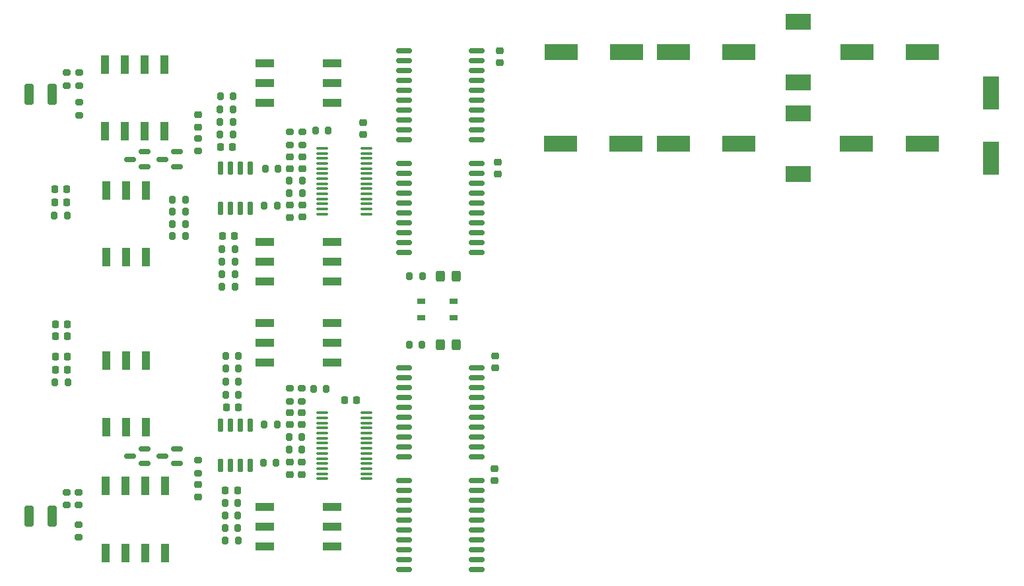
<source format=gtp>
G04 #@! TF.GenerationSoftware,KiCad,Pcbnew,8.0.7*
G04 #@! TF.CreationDate,2025-03-14T10:19:42+01:00*
G04 #@! TF.ProjectId,MISRC_v2.5,4d495352-435f-4763-922e-352e6b696361,3.0*
G04 #@! TF.SameCoordinates,Original*
G04 #@! TF.FileFunction,Paste,Top*
G04 #@! TF.FilePolarity,Positive*
%FSLAX46Y46*%
G04 Gerber Fmt 4.6, Leading zero omitted, Abs format (unit mm)*
G04 Created by KiCad (PCBNEW 8.0.7) date 2025-03-14 10:19:42*
%MOMM*%
%LPD*%
G01*
G04 APERTURE LIST*
G04 Aperture macros list*
%AMRoundRect*
0 Rectangle with rounded corners*
0 $1 Rounding radius*
0 $2 $3 $4 $5 $6 $7 $8 $9 X,Y pos of 4 corners*
0 Add a 4 corners polygon primitive as box body*
4,1,4,$2,$3,$4,$5,$6,$7,$8,$9,$2,$3,0*
0 Add four circle primitives for the rounded corners*
1,1,$1+$1,$2,$3*
1,1,$1+$1,$4,$5*
1,1,$1+$1,$6,$7*
1,1,$1+$1,$8,$9*
0 Add four rect primitives between the rounded corners*
20,1,$1+$1,$2,$3,$4,$5,0*
20,1,$1+$1,$4,$5,$6,$7,0*
20,1,$1+$1,$6,$7,$8,$9,0*
20,1,$1+$1,$8,$9,$2,$3,0*%
G04 Aperture macros list end*
%ADD10R,4.300000X2.150000*%
%ADD11RoundRect,0.225000X-0.250000X0.225000X-0.250000X-0.225000X0.250000X-0.225000X0.250000X0.225000X0*%
%ADD12RoundRect,0.200000X-0.200000X-0.275000X0.200000X-0.275000X0.200000X0.275000X-0.200000X0.275000X0*%
%ADD13R,2.440000X1.120000*%
%ADD14RoundRect,0.200000X-0.275000X0.200000X-0.275000X-0.200000X0.275000X-0.200000X0.275000X0.200000X0*%
%ADD15RoundRect,0.150000X0.587500X0.150000X-0.587500X0.150000X-0.587500X-0.150000X0.587500X-0.150000X0*%
%ADD16RoundRect,0.250000X-0.325000X-0.450000X0.325000X-0.450000X0.325000X0.450000X-0.325000X0.450000X0*%
%ADD17RoundRect,0.250000X-0.325000X-1.100000X0.325000X-1.100000X0.325000X1.100000X-0.325000X1.100000X0*%
%ADD18RoundRect,0.200000X0.275000X-0.200000X0.275000X0.200000X-0.275000X0.200000X-0.275000X-0.200000X0*%
%ADD19RoundRect,0.200000X0.200000X0.275000X-0.200000X0.275000X-0.200000X-0.275000X0.200000X-0.275000X0*%
%ADD20RoundRect,0.100000X-0.637500X-0.100000X0.637500X-0.100000X0.637500X0.100000X-0.637500X0.100000X0*%
%ADD21RoundRect,0.225000X-0.225000X-0.250000X0.225000X-0.250000X0.225000X0.250000X-0.225000X0.250000X0*%
%ADD22RoundRect,0.150000X-0.875000X-0.150000X0.875000X-0.150000X0.875000X0.150000X-0.875000X0.150000X0*%
%ADD23R,2.150000X4.300000*%
%ADD24R,3.200000X2.000000*%
%ADD25RoundRect,0.225000X0.225000X0.250000X-0.225000X0.250000X-0.225000X-0.250000X0.225000X-0.250000X0*%
%ADD26R,1.120000X2.440000*%
%ADD27R,1.050000X0.650000*%
%ADD28RoundRect,0.225000X0.250000X-0.225000X0.250000X0.225000X-0.250000X0.225000X-0.250000X-0.225000X0*%
%ADD29RoundRect,0.150000X0.150000X-0.725000X0.150000X0.725000X-0.150000X0.725000X-0.150000X-0.725000X0*%
G04 APERTURE END LIST*
D10*
G04 #@! TO.C,C19*
X182550000Y-78600000D03*
X190950000Y-78600000D03*
G04 #@! TD*
D11*
G04 #@! TO.C,C119*
X111425000Y-119550000D03*
X111425000Y-121100000D03*
G04 #@! TD*
D12*
G04 #@! TO.C,R120*
X106475000Y-119575000D03*
X108125000Y-119575000D03*
G04 #@! TD*
D11*
G04 #@! TO.C,C108*
X109825000Y-113175000D03*
X109825000Y-114725000D03*
G04 #@! TD*
D12*
G04 #@! TO.C,R211*
X100900000Y-75825000D03*
X102550000Y-75825000D03*
G04 #@! TD*
D13*
G04 #@! TO.C,SW103*
X115250000Y-106700000D03*
X115250000Y-104160000D03*
X115250000Y-101620000D03*
X106640000Y-101620000D03*
X106640000Y-104160000D03*
X106640000Y-106700000D03*
G04 #@! TD*
D12*
G04 #@! TO.C,R213*
X100941000Y-72550000D03*
X102591000Y-72550000D03*
G04 #@! TD*
D14*
G04 #@! TO.C,R101*
X81250000Y-123375000D03*
X81250000Y-125025000D03*
G04 #@! TD*
D15*
G04 #@! TO.C,Q202*
X91250000Y-81575000D03*
X91250000Y-79675000D03*
X89375000Y-80625000D03*
G04 #@! TD*
D16*
G04 #@! TO.C,D2*
X129175000Y-95625000D03*
X131225000Y-95625000D03*
G04 #@! TD*
D12*
G04 #@! TO.C,R116*
X101575000Y-129600000D03*
X103225000Y-129600000D03*
G04 #@! TD*
D17*
G04 #@! TO.C,C101*
X76400000Y-126425000D03*
X79350000Y-126425000D03*
G04 #@! TD*
D14*
G04 #@! TO.C,R209*
X98125000Y-77925000D03*
X98125000Y-79575000D03*
G04 #@! TD*
D18*
G04 #@! TO.C,R203*
X82850000Y-74975000D03*
X82850000Y-73325000D03*
G04 #@! TD*
D19*
G04 #@! TO.C,R208*
X96450000Y-88925000D03*
X94800000Y-88925000D03*
G04 #@! TD*
G04 #@! TO.C,R206*
X96450000Y-87375000D03*
X94800000Y-87375000D03*
G04 #@! TD*
D20*
G04 #@! TO.C,U102*
X114000000Y-113200000D03*
X114000000Y-113850000D03*
X114000000Y-114500000D03*
X114000000Y-115150000D03*
X114000000Y-115800000D03*
X114000000Y-116450000D03*
X114000000Y-117100000D03*
X114000000Y-117750000D03*
X114000000Y-118400000D03*
X114000000Y-119050000D03*
X114000000Y-119700000D03*
X114000000Y-120350000D03*
X114000000Y-121000000D03*
X114000000Y-121650000D03*
X119725000Y-121650000D03*
X119725000Y-121000000D03*
X119725000Y-120350000D03*
X119725000Y-119700000D03*
X119725000Y-119050000D03*
X119725000Y-118400000D03*
X119725000Y-117750000D03*
X119725000Y-117100000D03*
X119725000Y-116450000D03*
X119725000Y-115800000D03*
X119725000Y-115150000D03*
X119725000Y-114500000D03*
X119725000Y-113850000D03*
X119725000Y-113200000D03*
G04 #@! TD*
D12*
G04 #@! TO.C,R210*
X94800000Y-90500000D03*
X96450000Y-90500000D03*
G04 #@! TD*
D21*
G04 #@! TO.C,C106*
X101700000Y-112525000D03*
X103250000Y-112525000D03*
G04 #@! TD*
D22*
G04 #@! TO.C,U5*
X124525000Y-66657000D03*
X124525000Y-67927000D03*
X124525000Y-69197000D03*
X124525000Y-70467000D03*
X124525000Y-71737000D03*
X124525000Y-73007000D03*
X124525000Y-74277000D03*
X124525000Y-75547000D03*
X124525000Y-76817000D03*
X124525000Y-78087000D03*
X133825000Y-78087000D03*
X133825000Y-76817000D03*
X133825000Y-75547000D03*
X133825000Y-74277000D03*
X133825000Y-73007000D03*
X133825000Y-71737000D03*
X133825000Y-70467000D03*
X133825000Y-69197000D03*
X133825000Y-67927000D03*
X133825000Y-66657000D03*
G04 #@! TD*
D21*
G04 #@! TO.C,C206*
X100950000Y-79050000D03*
X102500000Y-79050000D03*
G04 #@! TD*
D12*
G04 #@! TO.C,R215*
X101175000Y-92150000D03*
X102825000Y-92150000D03*
G04 #@! TD*
D22*
G04 #@! TO.C,U4*
X124525000Y-81135000D03*
X124525000Y-82405000D03*
X124525000Y-83675000D03*
X124525000Y-84945000D03*
X124525000Y-86215000D03*
X124525000Y-87485000D03*
X124525000Y-88755000D03*
X124525000Y-90025000D03*
X124525000Y-91295000D03*
X124525000Y-92565000D03*
X133825000Y-92565000D03*
X133825000Y-91295000D03*
X133825000Y-90025000D03*
X133825000Y-88755000D03*
X133825000Y-87485000D03*
X133825000Y-86215000D03*
X133825000Y-84945000D03*
X133825000Y-83675000D03*
X133825000Y-82405000D03*
X133825000Y-81135000D03*
G04 #@! TD*
D23*
G04 #@! TO.C,C17*
X199800000Y-72100000D03*
X199800000Y-80500000D03*
G04 #@! TD*
D12*
G04 #@! TO.C,R122*
X109775000Y-117900000D03*
X111425000Y-117900000D03*
G04 #@! TD*
D24*
G04 #@! TO.C,L1*
X175050000Y-74700000D03*
X175050000Y-82500000D03*
G04 #@! TD*
D13*
G04 #@! TO.C,SW104*
X115271166Y-130351166D03*
X115271166Y-127811166D03*
X115271166Y-125271166D03*
X106661166Y-125271166D03*
X106661166Y-127811166D03*
X106661166Y-130351166D03*
G04 #@! TD*
D10*
G04 #@! TO.C,C11*
X182600000Y-66850000D03*
X191000000Y-66850000D03*
G04 #@! TD*
D25*
G04 #@! TO.C,C31*
X118425000Y-111525000D03*
X116875000Y-111525000D03*
G04 #@! TD*
D15*
G04 #@! TO.C,Q102*
X91250000Y-119725000D03*
X91250000Y-117825000D03*
X89375000Y-118775000D03*
G04 #@! TD*
D19*
G04 #@! TO.C,R2*
X126800000Y-104475000D03*
X125150000Y-104475000D03*
G04 #@! TD*
D11*
G04 #@! TO.C,C208*
X109850000Y-80275000D03*
X109850000Y-81825000D03*
G04 #@! TD*
D22*
G04 #@! TO.C,U2*
X124525000Y-121908000D03*
X124525000Y-123178000D03*
X124525000Y-124448000D03*
X124525000Y-125718000D03*
X124525000Y-126988000D03*
X124525000Y-128258000D03*
X124525000Y-129528000D03*
X124525000Y-130798000D03*
X124525000Y-132068000D03*
X124525000Y-133338000D03*
X133825000Y-133338000D03*
X133825000Y-132068000D03*
X133825000Y-130798000D03*
X133825000Y-129528000D03*
X133825000Y-128258000D03*
X133825000Y-126988000D03*
X133825000Y-125718000D03*
X133825000Y-124448000D03*
X133825000Y-123178000D03*
X133825000Y-121908000D03*
G04 #@! TD*
D12*
G04 #@! TO.C,R125*
X112900000Y-110125000D03*
X114550000Y-110125000D03*
G04 #@! TD*
G04 #@! TO.C,R216*
X101175000Y-96950000D03*
X102825000Y-96950000D03*
G04 #@! TD*
D26*
G04 #@! TO.C,SW201*
X86165000Y-77030000D03*
X88705000Y-77030000D03*
X91245000Y-77030000D03*
X93785000Y-77030000D03*
X93785000Y-68420000D03*
X91245000Y-68420000D03*
X88705000Y-68420000D03*
X86165000Y-68420000D03*
G04 #@! TD*
D16*
G04 #@! TO.C,D1*
X129132000Y-104475000D03*
X131182000Y-104475000D03*
G04 #@! TD*
D24*
G04 #@! TO.C,L2*
X175050000Y-70750000D03*
X175050000Y-62950000D03*
G04 #@! TD*
D14*
G04 #@! TO.C,R102*
X82800000Y-123375000D03*
X82800000Y-125025000D03*
G04 #@! TD*
G04 #@! TO.C,R307*
X109850000Y-77100000D03*
X109850000Y-78750000D03*
G04 #@! TD*
D17*
G04 #@! TO.C,C201*
X76400000Y-72275000D03*
X79350000Y-72275000D03*
G04 #@! TD*
D14*
G04 #@! TO.C,R309*
X111475000Y-77100000D03*
X111475000Y-78750000D03*
G04 #@! TD*
D12*
G04 #@! TO.C,R115*
X101550000Y-124775000D03*
X103200000Y-124775000D03*
G04 #@! TD*
G04 #@! TO.C,R111*
X101650000Y-109200000D03*
X103300000Y-109200000D03*
G04 #@! TD*
D21*
G04 #@! TO.C,C29*
X79825000Y-101800000D03*
X81375000Y-101800000D03*
G04 #@! TD*
D12*
G04 #@! TO.C,R220*
X106575000Y-86550000D03*
X108225000Y-86550000D03*
G04 #@! TD*
D11*
G04 #@! TO.C,C109*
X109825000Y-119550000D03*
X109825000Y-121100000D03*
G04 #@! TD*
G04 #@! TO.C,C209*
X109850000Y-86525000D03*
X109850000Y-88075000D03*
G04 #@! TD*
D12*
G04 #@! TO.C,R212*
X100925000Y-74175000D03*
X102575000Y-74175000D03*
G04 #@! TD*
G04 #@! TO.C,R113*
X101650000Y-105850000D03*
X103300000Y-105850000D03*
G04 #@! TD*
D19*
G04 #@! TO.C,R207*
X96450000Y-85800000D03*
X94800000Y-85800000D03*
G04 #@! TD*
D12*
G04 #@! TO.C,R222*
X109800000Y-84975000D03*
X111450000Y-84975000D03*
G04 #@! TD*
D10*
G04 #@! TO.C,C10*
X153000000Y-78600000D03*
X144600000Y-78600000D03*
G04 #@! TD*
D22*
G04 #@! TO.C,U3*
X124525000Y-107430000D03*
X124525000Y-108700000D03*
X124525000Y-109970000D03*
X124525000Y-111240000D03*
X124525000Y-112510000D03*
X124525000Y-113780000D03*
X124525000Y-115050000D03*
X124525000Y-116320000D03*
X124525000Y-117590000D03*
X124525000Y-118860000D03*
X133825000Y-118860000D03*
X133825000Y-117590000D03*
X133825000Y-116320000D03*
X133825000Y-115050000D03*
X133825000Y-113780000D03*
X133825000Y-112510000D03*
X133825000Y-111240000D03*
X133825000Y-109970000D03*
X133825000Y-108700000D03*
X133825000Y-107430000D03*
G04 #@! TD*
D12*
G04 #@! TO.C,R225*
X113150000Y-76900000D03*
X114800000Y-76900000D03*
G04 #@! TD*
D13*
G04 #@! TO.C,SW203*
X115250000Y-73330000D03*
X115250000Y-70790000D03*
X115250000Y-68250000D03*
X106640000Y-68250000D03*
X106640000Y-70790000D03*
X106640000Y-73330000D03*
G04 #@! TD*
D25*
G04 #@! TO.C,C128*
X81360000Y-105950000D03*
X79810000Y-105950000D03*
G04 #@! TD*
D21*
G04 #@! TO.C,C107*
X101604000Y-123150000D03*
X103154000Y-123150000D03*
G04 #@! TD*
D14*
G04 #@! TO.C,R308*
X111400000Y-110050000D03*
X111400000Y-111700000D03*
G04 #@! TD*
G04 #@! TO.C,R306*
X109825000Y-110050000D03*
X109825000Y-111700000D03*
G04 #@! TD*
D12*
G04 #@! TO.C,R218*
X101175000Y-93750000D03*
X102825000Y-93750000D03*
G04 #@! TD*
G04 #@! TO.C,R119*
X106575000Y-114700000D03*
X108225000Y-114700000D03*
G04 #@! TD*
D10*
G04 #@! TO.C,C6*
X167450000Y-78600000D03*
X159050000Y-78600000D03*
G04 #@! TD*
G04 #@! TO.C,C18*
X167450000Y-66850000D03*
X159050000Y-66850000D03*
G04 #@! TD*
D12*
G04 #@! TO.C,R219*
X106725000Y-81800000D03*
X108375000Y-81800000D03*
G04 #@! TD*
D27*
G04 #@! TO.C,SW1*
X126700000Y-98825000D03*
X130850000Y-98825000D03*
X126700000Y-100975000D03*
X130850000Y-100975000D03*
G04 #@! TD*
D28*
G04 #@! TO.C,C2*
X119225000Y-77450000D03*
X119225000Y-75900000D03*
G04 #@! TD*
D15*
G04 #@! TO.C,Q101*
X95375000Y-119725000D03*
X95375000Y-117825000D03*
X93500000Y-118775000D03*
G04 #@! TD*
D28*
G04 #@! TO.C,C105*
X98125000Y-123975000D03*
X98125000Y-122425000D03*
G04 #@! TD*
D25*
G04 #@! TO.C,C228*
X81275000Y-86175000D03*
X79725000Y-86175000D03*
G04 #@! TD*
D14*
G04 #@! TO.C,R201*
X81250000Y-69500000D03*
X81250000Y-71150000D03*
G04 #@! TD*
D12*
G04 #@! TO.C,R217*
X101175000Y-95350000D03*
X102825000Y-95350000D03*
G04 #@! TD*
D11*
G04 #@! TO.C,C118*
X111400000Y-113175000D03*
X111400000Y-114725000D03*
G04 #@! TD*
D28*
G04 #@! TO.C,C4*
X136150000Y-121900000D03*
X136150000Y-120350000D03*
G04 #@! TD*
D12*
G04 #@! TO.C,R118*
X101550000Y-126375000D03*
X103200000Y-126375000D03*
G04 #@! TD*
G04 #@! TO.C,R221*
X109800000Y-83375000D03*
X111450000Y-83375000D03*
G04 #@! TD*
D10*
G04 #@! TO.C,C16*
X153050000Y-66850000D03*
X144650000Y-66850000D03*
G04 #@! TD*
D19*
G04 #@! TO.C,R228*
X81325000Y-87850000D03*
X79675000Y-87850000D03*
G04 #@! TD*
D26*
G04 #@! TO.C,SW101*
X86215000Y-131205000D03*
X88755000Y-131205000D03*
X91295000Y-131205000D03*
X93835000Y-131205000D03*
X93835000Y-122595000D03*
X91295000Y-122595000D03*
X88755000Y-122595000D03*
X86215000Y-122595000D03*
G04 #@! TD*
D18*
G04 #@! TO.C,R109*
X98125000Y-120950000D03*
X98125000Y-119300000D03*
G04 #@! TD*
D25*
G04 #@! TO.C,C227*
X81275000Y-84500000D03*
X79725000Y-84500000D03*
G04 #@! TD*
D26*
G04 #@! TO.C,SW202*
X86347000Y-93218000D03*
X88887000Y-93218000D03*
X91427000Y-93218000D03*
X91427000Y-84608000D03*
X88887000Y-84608000D03*
X86347000Y-84608000D03*
G04 #@! TD*
D12*
G04 #@! TO.C,R112*
X101650000Y-107525000D03*
X103300000Y-107525000D03*
G04 #@! TD*
D18*
G04 #@! TO.C,R103*
X82800000Y-129200000D03*
X82800000Y-127550000D03*
G04 #@! TD*
D29*
G04 #@! TO.C,U201*
X100965000Y-86903000D03*
X102235000Y-86903000D03*
X103505000Y-86903000D03*
X104775000Y-86903000D03*
X104775000Y-81753000D03*
X103505000Y-81753000D03*
X102235000Y-81753000D03*
X100965000Y-81753000D03*
G04 #@! TD*
D15*
G04 #@! TO.C,Q201*
X95425000Y-81575000D03*
X95425000Y-79675000D03*
X93550000Y-80625000D03*
G04 #@! TD*
D11*
G04 #@! TO.C,C5*
X136575000Y-80950000D03*
X136575000Y-82500000D03*
G04 #@! TD*
G04 #@! TO.C,C219*
X111450000Y-86500000D03*
X111450000Y-88050000D03*
G04 #@! TD*
D20*
G04 #@! TO.C,U202*
X114000000Y-79200000D03*
X114000000Y-79850000D03*
X114000000Y-80500000D03*
X114000000Y-81150000D03*
X114000000Y-81800000D03*
X114000000Y-82450000D03*
X114000000Y-83100000D03*
X114000000Y-83750000D03*
X114000000Y-84400000D03*
X114000000Y-85050000D03*
X114000000Y-85700000D03*
X114000000Y-86350000D03*
X114000000Y-87000000D03*
X114000000Y-87650000D03*
X119725000Y-87650000D03*
X119725000Y-87000000D03*
X119725000Y-86350000D03*
X119725000Y-85700000D03*
X119725000Y-85050000D03*
X119725000Y-84400000D03*
X119725000Y-83750000D03*
X119725000Y-83100000D03*
X119725000Y-82450000D03*
X119725000Y-81800000D03*
X119725000Y-81150000D03*
X119725000Y-80500000D03*
X119725000Y-79850000D03*
X119725000Y-79200000D03*
G04 #@! TD*
D14*
G04 #@! TO.C,R202*
X82850000Y-69500000D03*
X82850000Y-71150000D03*
G04 #@! TD*
D12*
G04 #@! TO.C,R121*
X109775000Y-116325000D03*
X111425000Y-116325000D03*
G04 #@! TD*
G04 #@! TO.C,R214*
X100900000Y-77425000D03*
X102550000Y-77425000D03*
G04 #@! TD*
D28*
G04 #@! TO.C,C3*
X136225000Y-107425000D03*
X136225000Y-105875000D03*
G04 #@! TD*
D29*
G04 #@! TO.C,U101*
X100970000Y-119950000D03*
X102240000Y-119950000D03*
X103510000Y-119950000D03*
X104780000Y-119950000D03*
X104780000Y-114800000D03*
X103510000Y-114800000D03*
X102240000Y-114800000D03*
X100970000Y-114800000D03*
G04 #@! TD*
D13*
G04 #@! TO.C,SW204*
X115250000Y-96330000D03*
X115250000Y-93790000D03*
X115250000Y-91250000D03*
X106640000Y-91250000D03*
X106640000Y-93790000D03*
X106640000Y-96330000D03*
G04 #@! TD*
D26*
G04 #@! TO.C,SW102*
X86347000Y-115050000D03*
X88887000Y-115050000D03*
X91427000Y-115050000D03*
X91427000Y-106440000D03*
X88887000Y-106440000D03*
X86347000Y-106440000D03*
G04 #@! TD*
D19*
G04 #@! TO.C,R3*
X126843000Y-95625000D03*
X125193000Y-95625000D03*
G04 #@! TD*
G04 #@! TO.C,R127*
X81410000Y-109300000D03*
X79760000Y-109300000D03*
G04 #@! TD*
D12*
G04 #@! TO.C,R117*
X101550000Y-127975000D03*
X103200000Y-127975000D03*
G04 #@! TD*
D25*
G04 #@! TO.C,C127*
X81360000Y-107625000D03*
X79810000Y-107625000D03*
G04 #@! TD*
D11*
G04 #@! TO.C,C1*
X136750000Y-66675000D03*
X136750000Y-68225000D03*
G04 #@! TD*
D21*
G04 #@! TO.C,C207*
X101225000Y-90500000D03*
X102775000Y-90500000D03*
G04 #@! TD*
D25*
G04 #@! TO.C,C30*
X81360000Y-103375000D03*
X79810000Y-103375000D03*
G04 #@! TD*
D11*
G04 #@! TO.C,C205*
X98125000Y-74925000D03*
X98125000Y-76475000D03*
G04 #@! TD*
G04 #@! TO.C,C218*
X111475000Y-80275000D03*
X111475000Y-81825000D03*
G04 #@! TD*
D12*
G04 #@! TO.C,R114*
X101650000Y-110850000D03*
X103300000Y-110850000D03*
G04 #@! TD*
M02*

</source>
